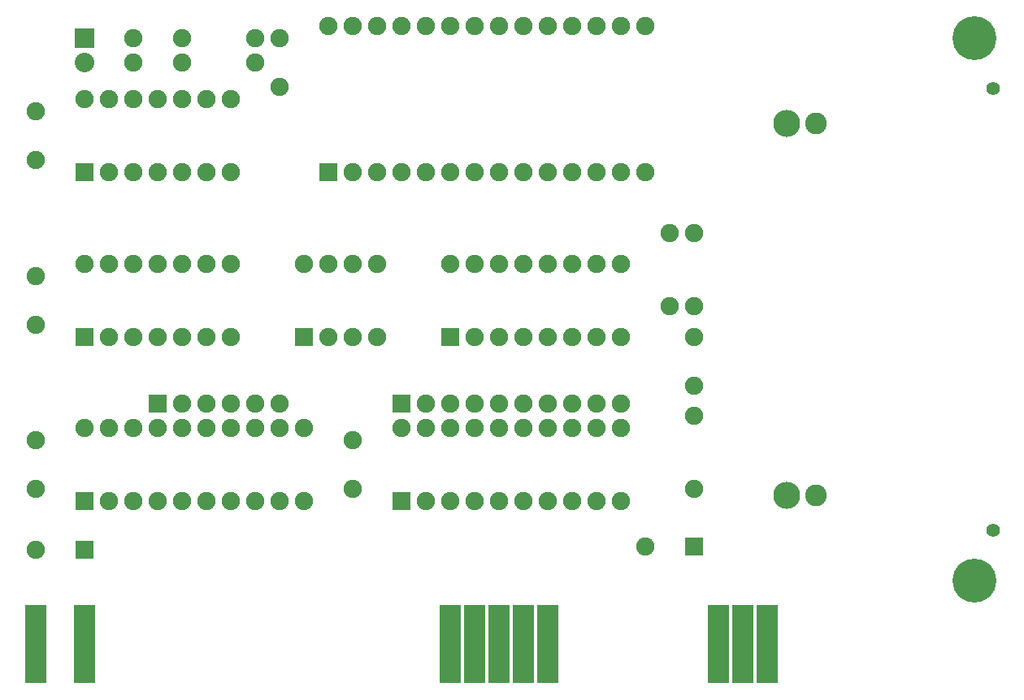
<source format=gbs>
G04 (created by PCBNEW-RS274X (2012-01-19 BZR 3256)-stable) date 4/5/2013 11:43:27 PM*
G01*
G70*
G90*
%MOIN*%
G04 Gerber Fmt 3.4, Leading zero omitted, Abs format*
%FSLAX34Y34*%
G04 APERTURE LIST*
%ADD10C,0.006000*%
%ADD11C,0.180000*%
%ADD12R,0.075000X0.075000*%
%ADD13C,0.075000*%
%ADD14R,0.080000X0.080000*%
%ADD15C,0.080000*%
%ADD16R,0.090000X0.320000*%
%ADD17C,0.055400*%
%ADD18C,0.088900*%
%ADD19C,0.110600*%
G04 APERTURE END LIST*
G54D10*
G54D11*
X79500Y-26500D03*
X79500Y-48750D03*
G54D12*
X43000Y-45500D03*
G54D13*
X44000Y-45500D03*
X45000Y-45500D03*
X46000Y-45500D03*
X47000Y-45500D03*
X48000Y-45500D03*
X49000Y-45500D03*
X50000Y-45500D03*
X51000Y-45500D03*
X52000Y-45500D03*
X52000Y-42500D03*
X51000Y-42500D03*
X50000Y-42500D03*
X49000Y-42500D03*
X48000Y-42500D03*
X47000Y-42500D03*
X46000Y-42500D03*
X45000Y-42500D03*
X44000Y-42500D03*
X43000Y-42500D03*
G54D12*
X58000Y-38750D03*
G54D13*
X59000Y-38750D03*
X60000Y-38750D03*
X61000Y-38750D03*
X62000Y-38750D03*
X63000Y-38750D03*
X64000Y-38750D03*
X65000Y-38750D03*
X65000Y-35750D03*
X64000Y-35750D03*
X63000Y-35750D03*
X62000Y-35750D03*
X61000Y-35750D03*
X60000Y-35750D03*
X59000Y-35750D03*
X58000Y-35750D03*
X51000Y-26500D03*
X51000Y-28500D03*
X68000Y-38750D03*
X68000Y-40750D03*
X41000Y-29500D03*
X41000Y-31500D03*
X41000Y-36250D03*
X41000Y-38250D03*
X41000Y-43000D03*
X41000Y-45000D03*
X54000Y-43000D03*
X54000Y-45000D03*
X47000Y-27500D03*
X50000Y-27500D03*
X47000Y-26500D03*
X50000Y-26500D03*
X67000Y-34500D03*
X67000Y-37500D03*
X68000Y-34500D03*
X68000Y-37500D03*
X68000Y-42000D03*
X68000Y-45000D03*
G54D12*
X43000Y-47500D03*
G54D13*
X41000Y-47500D03*
G54D12*
X68000Y-47375D03*
G54D13*
X66000Y-47375D03*
G54D14*
X43000Y-26500D03*
G54D15*
X43000Y-27500D03*
G54D12*
X46000Y-41500D03*
G54D13*
X47000Y-41500D03*
X48000Y-41500D03*
X49000Y-41500D03*
X50000Y-41500D03*
X51000Y-41500D03*
G54D12*
X56000Y-41500D03*
G54D13*
X57000Y-41500D03*
X58000Y-41500D03*
X59000Y-41500D03*
X60000Y-41500D03*
X61000Y-41500D03*
X62000Y-41500D03*
X63000Y-41500D03*
X64000Y-41500D03*
X65000Y-41500D03*
G54D12*
X52000Y-38750D03*
G54D13*
X53000Y-38750D03*
X54000Y-38750D03*
X55000Y-38750D03*
X55000Y-35750D03*
X54000Y-35750D03*
X53000Y-35750D03*
X52000Y-35750D03*
G54D12*
X53000Y-32000D03*
G54D13*
X54000Y-32000D03*
X55000Y-32000D03*
X56000Y-32000D03*
X57000Y-32000D03*
X58000Y-32000D03*
X59000Y-32000D03*
X60000Y-32000D03*
X61000Y-32000D03*
X62000Y-32000D03*
X63000Y-32000D03*
X64000Y-32000D03*
X65000Y-32000D03*
X66000Y-32000D03*
X66000Y-26000D03*
X65000Y-26000D03*
X64000Y-26000D03*
X63000Y-26000D03*
X62000Y-26000D03*
X61000Y-26000D03*
X60000Y-26000D03*
X59000Y-26000D03*
X58000Y-26000D03*
X57000Y-26000D03*
X56000Y-26000D03*
X55000Y-26000D03*
X54000Y-26000D03*
X53000Y-26000D03*
G54D12*
X56000Y-45500D03*
G54D13*
X57000Y-45500D03*
X58000Y-45500D03*
X59000Y-45500D03*
X60000Y-45500D03*
X61000Y-45500D03*
X62000Y-45500D03*
X63000Y-45500D03*
X64000Y-45500D03*
X65000Y-45500D03*
X65000Y-42500D03*
X64000Y-42500D03*
X63000Y-42500D03*
X62000Y-42500D03*
X61000Y-42500D03*
X60000Y-42500D03*
X59000Y-42500D03*
X58000Y-42500D03*
X57000Y-42500D03*
X56000Y-42500D03*
G54D12*
X43000Y-38750D03*
G54D13*
X44000Y-38750D03*
X45000Y-38750D03*
X46000Y-38750D03*
X47000Y-38750D03*
X48000Y-38750D03*
X49000Y-38750D03*
X49000Y-35750D03*
X48000Y-35750D03*
X47000Y-35750D03*
X46000Y-35750D03*
X45000Y-35750D03*
X44000Y-35750D03*
X43000Y-35750D03*
G54D12*
X43000Y-32000D03*
G54D13*
X44000Y-32000D03*
X45000Y-32000D03*
X46000Y-32000D03*
X47000Y-32000D03*
X48000Y-32000D03*
X49000Y-32000D03*
X49000Y-29000D03*
X48000Y-29000D03*
X47000Y-29000D03*
X46000Y-29000D03*
X45000Y-29000D03*
X44000Y-29000D03*
X43000Y-29000D03*
G54D16*
X71000Y-51375D03*
X70000Y-51375D03*
X69000Y-51375D03*
X62000Y-51375D03*
X61000Y-51375D03*
X60000Y-51375D03*
X59000Y-51375D03*
X58000Y-51375D03*
X43000Y-51375D03*
X41000Y-51375D03*
G54D13*
X45000Y-26500D03*
X45000Y-27500D03*
G54D17*
X80283Y-46680D03*
X80283Y-28570D03*
G54D18*
X73000Y-45251D03*
X73000Y-29999D03*
G54D19*
X71819Y-45251D03*
X71819Y-29999D03*
M02*

</source>
